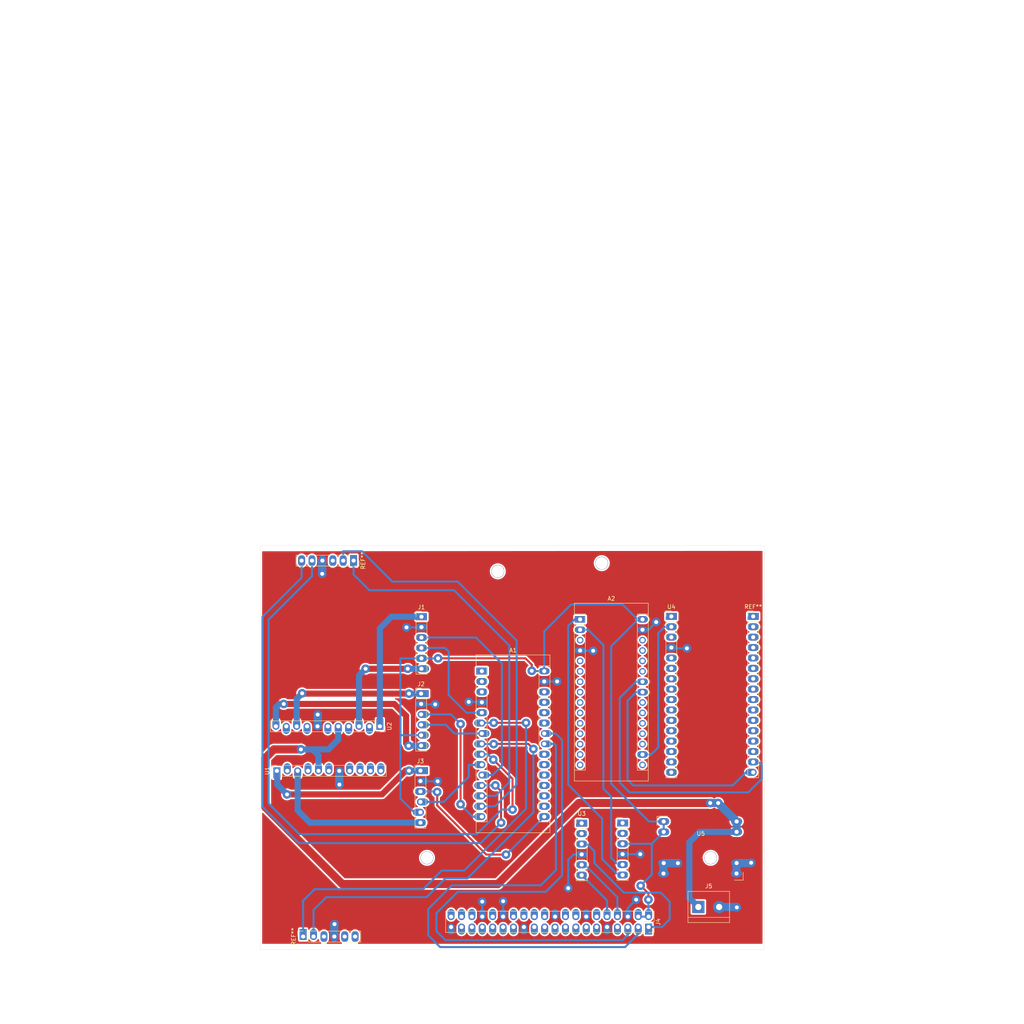
<source format=kicad_pcb>
(kicad_pcb (version 20171130) (host pcbnew "(5.1.10)-1")
  (layers (0 F.Cu signal) (31 B.Cu signal) (34 B.Paste user hide) (35 F.Paste user hide) (36 B.SilkS user hide) (37 F.SilkS user hide) (38 B.Mask user hide) (39 F.Mask user hide) (44 Edge.Cuts user hide))
  (net 0 "")
  (net 1 Motor3_B)
  (net 2 Motor2_B)
  (net 3 +5V)
  (net 4 Motor1_PWM2)
  (net 5 GND)
  (net 6 Motor1_PWM1)
  (net 7 "Net-(A1-Pad28)")
  (net 8 Motor2_PWM2)
  (net 9 "Net-(A1-Pad27)")
  (net 10 Motor1_B)
  (net 11 "Net-(A1-Pad26)")
  (net 12 Motor3_A)
  (net 13 "Net-(A1-Pad25)")
  (net 14 Motor2_PWM1)
  (net 15 SCL)
  (net 16 Motor3_PWM2)
  (net 17 SDA)
  (net 18 Motor2_A)
  (net 19 "Net-(A1-Pad22)")
  (net 20 Motor3_PWM1)
  (net 21 "Net-(A1-Pad21)")
  (net 22 Motor1_A)
  (net 23 "Net-(A1-Pad20)")
  (net 24 "Net-(A1-Pad19)")
  (net 25 "Net-(A1-Pad3)")
  (net 26 "Net-(A1-Pad18)")
  (net 27 "Net-(A1-Pad2)")
  (net 28 "Net-(A1-Pad17)")
  (net 29 "Net-(A1-Pad1)")
  (net 30 "Net-(A2-Pad16)")
  (net 31 "Net-(A2-Pad15)")
  (net 32 "Net-(A2-Pad14)")
  (net 33 "Net-(A2-Pad13)")
  (net 34 "Net-(A2-Pad28)")
  (net 35 "Net-(A2-Pad12)")
  (net 36 "Net-(A2-Pad27)")
  (net 37 "Net-(A2-Pad11)")
  (net 38 "Net-(A2-Pad26)")
  (net 39 "Net-(A2-Pad10)")
  (net 40 "Net-(A2-Pad25)")
  (net 41 "Net-(A2-Pad9)")
  (net 42 SCL_IMU)
  (net 43 "Net-(A2-Pad8)")
  (net 44 SDA_IMU)
  (net 45 "Net-(A2-Pad7)")
  (net 46 "Net-(A2-Pad22)")
  (net 47 "Net-(A2-Pad6)")
  (net 48 "Net-(A2-Pad21)")
  (net 49 "Net-(A2-Pad5)")
  (net 50 "Net-(A2-Pad20)")
  (net 51 "Net-(A2-Pad19)")
  (net 52 "Net-(A2-Pad3)")
  (net 53 "Net-(A2-Pad18)")
  (net 54 RXA)
  (net 55 +3.3VA)
  (net 56 TXA)
  (net 57 Motor1_M2)
  (net 58 Motor1_M1)
  (net 59 Motor2_M2)
  (net 60 Motor2_M1)
  (net 61 Motor3_M2)
  (net 62 Motor3_M1)
  (net 63 "Net-(J4-Pad40)")
  (net 64 "Net-(J4-Pad38)")
  (net 65 "Net-(J4-Pad37)")
  (net 66 "Net-(J4-Pad36)")
  (net 67 "Net-(J4-Pad35)")
  (net 68 "Net-(J4-Pad33)")
  (net 69 "Net-(J4-Pad32)")
  (net 70 "Net-(J4-Pad31)")
  (net 71 "Net-(J4-Pad29)")
  (net 72 "Net-(J4-Pad28)")
  (net 73 "Net-(J4-Pad27)")
  (net 74 "Net-(J4-Pad26)")
  (net 75 "Net-(J4-Pad24)")
  (net 76 "Net-(J4-Pad23)")
  (net 77 "Net-(J4-Pad22)")
  (net 78 "Net-(J4-Pad21)")
  (net 79 "Net-(J4-Pad19)")
  (net 80 "Net-(J4-Pad18)")
  (net 81 +3V3)
  (net 82 "Net-(J4-Pad16)")
  (net 83 "Net-(J4-Pad15)")
  (net 84 "Net-(J4-Pad13)")
  (net 85 "Net-(J4-Pad12)")
  (net 86 "Net-(J4-Pad11)")
  (net 87 RXD)
  (net 88 TXD)
  (net 89 "Net-(J4-Pad7)")
  (net 90 "Net-(U1-Pad15)")
  (net 91 "Net-(U1-Pad13)")
  (net 92 "Net-(U1-Pad12)")
  (net 93 "Net-(U1-Pad11)")
  (net 94 "Net-(U1-Pad10)")
  (net 95 "Net-(U1-Pad9)")
  (net 96 "Net-(U1-Pad8)")
  (net 97 "Net-(U1-Pad6)")
  (net 98 VCC)
  (net 99 "Net-(U1-Pad4)")
  (net 100 "Net-(U1-Pad2)")
  (net 101 "Net-(U2-Pad15)")
  (net 102 "Net-(U2-Pad10)")
  (net 103 "Net-(U2-Pad8)")
  (net 104 "Net-(U2-Pad6)")
  (net 105 "Net-(U2-Pad4)")
  (net 106 "Net-(U2-Pad2)")
  (net 107 "Net-(U3-Pad11)")
  (net 108 "Net-(U3-Pad12)")
  (net 109 "Net-(U3-Pad2)")
  (net 110 "Net-(U3-Pad1)")
  (net 111 "Net-(U4-Pad21)")
  (net 112 "Net-(U4-Pad22)")
  (net 113 "Net-(U4-Pad29)")
  (net 114 "Net-(U4-Pad28)")
  (net 115 "Net-(U4-Pad31)")
  (net 116 "Net-(U4-Pad23)")
  (net 117 "Net-(U4-Pad30)")
  (net 118 "Net-(U4-Pad24)")
  (net 119 "Net-(U4-Pad19)")
  (net 120 "Net-(U4-Pad32)")
  (net 121 "Net-(U4-Pad20)")
  (net 122 "Net-(U4-Pad26)")
  (net 123 "Net-(U4-Pad25)")
  (net 124 "Net-(U4-Pad27)")
  (net 125 "Net-(U4-Pad16)")
  (net 126 "Net-(U4-Pad15)")
  (net 127 "Net-(U4-Pad14)")
  (net 128 "Net-(U4-Pad13)")
  (net 129 "Net-(U4-Pad12)")
  (net 130 "Net-(U4-Pad11)")
  (net 131 "Net-(U4-Pad10)")
  (net 132 "Net-(U4-Pad9)")
  (net 133 "Net-(U4-Pad8)")
  (net 134 "Net-(U4-Pad7)")
  (net 135 "Net-(U4-Pad6)")
  (net 136 "Net-(U4-Pad5)")
  (net 137 "Net-(U4-Pad3)")
  (net 138 "Net-(U4-Pad1)")
  (module TerminalBlock:TerminalBlock_bornier-2_P5.08mm (layer F.Cu) (at 4.8 102.2)
    (fp_text reference J5 (at 2.54 -5.08) (layer F.SilkS))
    (fp_text value Screw_Terminal_01x02)
    (pad 2 thru_hole circle (at 5.08 0) (size 3 3) (drill 1.52) (layers *.Cu *.Mask) (net 5 GND))
    (pad 1 thru_hole rect (at 0 0) (size 3 3) (drill 1.52) (layers *.Cu *.Mask) (net 98 VCC))
  )
  (module LMR:RasPi0,2,3-Header-upside_down (layer F.Cu) (at -21.8 107.1 90)
    (fp_text reference J4 (at 1.27 16.78 270) (layer F.SilkS))
    (fp_text value Raspberry_Pi_2_3)
    (pad 40 thru_hole oval (at 2.54 -33.81 270) (size 2.7 1.7) (drill 1 (offset -0.5 0)) (layers *.Cu *.Mask) (net 63 "Net-(J4-Pad40)"))
    (pad 39 thru_hole oval (at 0 -33.81 270) (size 2.7 1.7) (drill 1 (offset 0.5 0)) (layers *.Cu *.Mask) (net 5 GND))
    (pad 38 thru_hole oval (at 2.54 -31.27 270) (size 2.7 1.7) (drill 1 (offset -0.5 0)) (layers *.Cu *.Mask) (net 64 "Net-(J4-Pad38)"))
    (pad 37 thru_hole oval (at 0 -31.27 270) (size 2.7 1.7) (drill 1 (offset 0.5 0)) (layers *.Cu *.Mask) (net 65 "Net-(J4-Pad37)"))
    (pad 36 thru_hole oval (at 2.54 -28.73 270) (size 2.7 1.7) (drill 1 (offset -0.5 0)) (layers *.Cu *.Mask) (net 66 "Net-(J4-Pad36)"))
    (pad 35 thru_hole oval (at 0 -28.73 270) (size 2.7 1.7) (drill 1 (offset 0.5 0)) (layers *.Cu *.Mask) (net 67 "Net-(J4-Pad35)"))
    (pad 34 thru_hole oval (at 2.54 -26.19 270) (size 2.7 1.7) (drill 1 (offset -0.5 0)) (layers *.Cu *.Mask) (net 5 GND))
    (pad 33 thru_hole oval (at 0 -26.19 270) (size 2.7 1.7) (drill 1 (offset 0.5 0)) (layers *.Cu *.Mask) (net 68 "Net-(J4-Pad33)"))
    (pad 32 thru_hole oval (at 2.54 -23.65 270) (size 2.7 1.7) (drill 1 (offset -0.5 0)) (layers *.Cu *.Mask) (net 69 "Net-(J4-Pad32)"))
    (pad 31 thru_hole oval (at 0 -23.65 270) (size 2.7 1.7) (drill 1 (offset 0.5 0)) (layers *.Cu *.Mask) (net 70 "Net-(J4-Pad31)"))
    (pad 30 thru_hole oval (at 2.54 -21.11 270) (size 2.7 1.7) (drill 1 (offset -0.5 0)) (layers *.Cu *.Mask) (net 5 GND))
    (pad 29 thru_hole oval (at 0 -21.11 270) (size 2.7 1.7) (drill 1 (offset 0.5 0)) (layers *.Cu *.Mask) (net 71 "Net-(J4-Pad29)"))
    (pad 28 thru_hole oval (at 2.54 -18.57 270) (size 2.7 1.7) (drill 1 (offset -0.5 0)) (layers *.Cu *.Mask) (net 72 "Net-(J4-Pad28)"))
    (pad 27 thru_hole oval (at 0 -18.57 270) (size 2.7 1.7) (drill 1 (offset 0.5 0)) (layers *.Cu *.Mask) (net 73 "Net-(J4-Pad27)"))
    (pad 26 thru_hole oval (at 2.54 -16.03 270) (size 2.7 1.7) (drill 1 (offset -0.5 0)) (layers *.Cu *.Mask) (net 74 "Net-(J4-Pad26)"))
    (pad 25 thru_hole oval (at 0 -16.03 270) (size 2.7 1.7) (drill 1 (offset 0.5 0)) (layers *.Cu *.Mask) (net 5 GND))
    (pad 24 thru_hole oval (at 2.54 -13.49 270) (size 2.7 1.7) (drill 1 (offset -0.5 0)) (layers *.Cu *.Mask) (net 75 "Net-(J4-Pad24)"))
    (pad 23 thru_hole oval (at 0 -13.49 270) (size 2.7 1.7) (drill 1 (offset 0.5 0)) (layers *.Cu *.Mask) (net 76 "Net-(J4-Pad23)"))
    (pad 22 thru_hole oval (at 2.54 -10.95 270) (size 2.7 1.7) (drill 1 (offset -0.5 0)) (layers *.Cu *.Mask) (net 77 "Net-(J4-Pad22)"))
    (pad 21 thru_hole oval (at 0 -10.95 270) (size 2.7 1.7) (drill 1 (offset 0.5 0)) (layers *.Cu *.Mask) (net 78 "Net-(J4-Pad21)"))
    (pad 20 thru_hole oval (at 2.54 -8.41 270) (size 2.7 1.7) (drill 1 (offset -0.5 0)) (layers *.Cu *.Mask) (net 5 GND))
    (pad 19 thru_hole oval (at 0 -8.41 270) (size 2.7 1.7) (drill 1 (offset 0.5 0)) (layers *.Cu *.Mask) (net 79 "Net-(J4-Pad19)"))
    (pad 18 thru_hole oval (at 2.54 -5.87 270) (size 2.7 1.7) (drill 1 (offset -0.5 0)) (layers *.Cu *.Mask) (net 80 "Net-(J4-Pad18)"))
    (pad 17 thru_hole oval (at 0 -5.87 270) (size 2.7 1.7) (drill 1 (offset 0.5 0)) (layers *.Cu *.Mask) (net 81 +3V3))
    (pad 16 thru_hole oval (at 2.54 -3.33 270) (size 2.7 1.7) (drill 1 (offset -0.5 0)) (layers *.Cu *.Mask) (net 82 "Net-(J4-Pad16)"))
    (pad 15 thru_hole oval (at 0 -3.33 270) (size 2.7 1.7) (drill 1 (offset 0.5 0)) (layers *.Cu *.Mask) (net 83 "Net-(J4-Pad15)"))
    (pad 14 thru_hole oval (at 2.54 -0.79 270) (size 2.7 1.7) (drill 1 (offset -0.5 0)) (layers *.Cu *.Mask) (net 5 GND))
    (pad 13 thru_hole oval (at 0 -0.79 270) (size 2.7 1.7) (drill 1 (offset 0.5 0)) (layers *.Cu *.Mask) (net 84 "Net-(J4-Pad13)"))
    (pad 12 thru_hole oval (at 2.54 1.75 270) (size 2.7 1.7) (drill 1 (offset -0.5 0)) (layers *.Cu *.Mask) (net 85 "Net-(J4-Pad12)"))
    (pad 11 thru_hole oval (at 0 1.75 270) (size 2.7 1.7) (drill 1 (offset 0.5 0)) (layers *.Cu *.Mask) (net 86 "Net-(J4-Pad11)"))
    (pad 10 thru_hole oval (at 2.54 4.29 270) (size 2.7 1.7) (drill 1 (offset -0.5 0)) (layers *.Cu *.Mask) (net 87 RXD))
    (pad 9 thru_hole oval (at 0 4.29 270) (size 2.7 1.7) (drill 1 (offset 0.5 0)) (layers *.Cu *.Mask) (net 5 GND))
    (pad 8 thru_hole oval (at 2.54 6.83 270) (size 2.7 1.7) (drill 1 (offset -0.5 0)) (layers *.Cu *.Mask) (net 88 TXD))
    (pad 7 thru_hole oval (at 0 6.83 270) (size 2.7 1.7) (drill 1 (offset 0.5 0)) (layers *.Cu *.Mask) (net 89 "Net-(J4-Pad7)"))
    (pad 6 thru_hole oval (at 2.54 9.37 270) (size 2.7 1.7) (drill 1 (offset -0.5 0)) (layers *.Cu *.Mask) (net 5 GND))
    (pad 5 thru_hole oval (at 0 9.37 270) (size 2.7 1.7) (drill 1 (offset 0.5 0)) (layers *.Cu *.Mask) (net 15 SCL))
    (pad 4 thru_hole oval (at 2.54 11.91 270) (size 2.7 1.7) (drill 1 (offset -0.5 0)) (layers *.Cu *.Mask) (net 3 +5V))
    (pad 3 thru_hole oval (at 0 11.91 270) (size 2.7 1.7) (drill 1 (offset 0.5 0)) (layers *.Cu *.Mask) (net 17 SDA))
    (pad 2 thru_hole oval (at 2.54 14.45 270) (size 2.7 1.7) (drill 1 (offset -0.5 0)) (layers *.Cu *.Mask) (net 3 +5V))
    (pad 1 thru_hole rect (at 0 14.45 270) (size 2.7 1.7) (drill 1 (offset 0.5 0)) (layers *.Cu *.Mask) (net 81 +3V3))
  )
  (module LMR:DF_buck-converter_8-28to5 (layer F.Cu) (at 5.55168 87.4014)
    (fp_text reference U5 (at -0.16 -3.13) (layer F.SilkS))
    (fp_text value DF_buck-converter_8-28to5V)
    (pad 4 thru_hole oval (at -9.27 6.63 180) (size 2.7 1.7) (drill 1) (layers *.Cu *.Mask) (net 5 GND))
    (pad 8 thru_hole oval (at 8.6 -6.09 180) (size 2.7 1.7) (drill 1) (layers *.Cu *.Mask) (net 98 VCC))
    (pad 6 thru_hole oval (at 8.6 4.07 180) (size 2.7 1.7) (drill 1) (layers *.Cu *.Mask) (net 5 GND))
    (pad 7 thru_hole oval (at 8.6 -3.55 180) (size 2.7 1.7) (drill 1) (layers *.Cu *.Mask) (net 98 VCC))
    (pad 2 thru_hole oval (at -9.22 -3.54 180) (size 2.7 1.7) (drill 1) (layers *.Cu *.Mask) (net 3 +5V))
    (pad 1 thru_hole oval (at -9.22 -6.08 180) (size 2.7 1.7) (drill 1) (layers *.Cu *.Mask) (net 3 +5V))
    (pad 3 thru_hole oval (at -9.22 4.08 180) (size 2.7 1.7) (drill 1) (layers *.Cu *.Mask) (net 5 GND))
    (pad 5 thru_hole oval (at 8.56 6.62 180) (size 2.7 1.7) (drill 1) (layers *.Cu *.Mask) (net 5 GND))
  )
  (module LMR:Adafruit_Feather_Pinout (layer F.Cu) (at -1.8 31.2)
    (fp_text reference U4 (at 0 -2.33) (layer F.SilkS))
    (fp_text value Adafruit_Feather_Pinout)
    (fp_text user REF** (at 20 -2.33) (layer F.SilkS))
    (pad 21 thru_hole oval (at 20 27.94) (size 2.7 1.7) (drill 1) (layers *.Cu *.Mask) (net 111 "Net-(U4-Pad21)"))
    (pad 22 thru_hole oval (at 20 25.4) (size 2.7 1.7) (drill 1) (layers *.Cu *.Mask) (net 112 "Net-(U4-Pad22)"))
    (pad 29 thru_hole oval (at 20 7.62) (size 2.7 1.7) (drill 1) (layers *.Cu *.Mask) (net 113 "Net-(U4-Pad29)"))
    (pad 28 thru_hole oval (at 20 10.16) (size 2.7 1.7) (drill 1) (layers *.Cu *.Mask) (net 114 "Net-(U4-Pad28)"))
    (pad 31 thru_hole oval (at 20 2.54) (size 2.7 1.7) (drill 1) (layers *.Cu *.Mask) (net 115 "Net-(U4-Pad31)"))
    (pad 23 thru_hole oval (at 20 22.86) (size 2.7 1.7) (drill 1) (layers *.Cu *.Mask) (net 116 "Net-(U4-Pad23)"))
    (pad 30 thru_hole oval (at 20 5.08) (size 2.7 1.7) (drill 1) (layers *.Cu *.Mask) (net 117 "Net-(U4-Pad30)"))
    (pad 24 thru_hole oval (at 20 20.32) (size 2.7 1.7) (drill 1) (layers *.Cu *.Mask) (net 118 "Net-(U4-Pad24)"))
    (pad 19 thru_hole oval (at 20 33.02) (size 2.7 1.7) (drill 1) (layers *.Cu *.Mask) (net 119 "Net-(U4-Pad19)"))
    (pad 32 thru_hole rect (at 20 0) (size 2.7 1.7) (drill 1) (layers *.Cu *.Mask) (net 120 "Net-(U4-Pad32)"))
    (pad 20 thru_hole oval (at 20 30.48) (size 2.7 1.7) (drill 1) (layers *.Cu *.Mask) (net 121 "Net-(U4-Pad20)"))
    (pad 26 thru_hole oval (at 20 15.24) (size 2.7 1.7) (drill 1) (layers *.Cu *.Mask) (net 122 "Net-(U4-Pad26)"))
    (pad 17 thru_hole oval (at 20 38.1) (size 2.7 1.7) (drill 1 (offset -0.5 0)) (layers *.Cu *.Mask) (net 44 SDA_IMU))
    (pad 25 thru_hole oval (at 20 17.78) (size 2.7 1.7) (drill 1) (layers *.Cu *.Mask) (net 123 "Net-(U4-Pad25)"))
    (pad 27 thru_hole oval (at 20 12.7) (size 2.7 1.7) (drill 1) (layers *.Cu *.Mask) (net 124 "Net-(U4-Pad27)"))
    (pad 18 thru_hole oval (at 20 35.56) (size 2.7 1.7) (drill 1) (layers *.Cu *.Mask) (net 42 SCL_IMU))
    (pad 16 thru_hole oval (at 0 38.1) (size 2.7 1.7) (drill 1) (layers *.Cu *.Mask) (net 125 "Net-(U4-Pad16)"))
    (pad 15 thru_hole oval (at 0 35.56) (size 2.7 1.7) (drill 1) (layers *.Cu *.Mask) (net 126 "Net-(U4-Pad15)"))
    (pad 14 thru_hole oval (at 0 33.02) (size 2.7 1.7) (drill 1) (layers *.Cu *.Mask) (net 127 "Net-(U4-Pad14)"))
    (pad 13 thru_hole oval (at 0 30.48) (size 2.7 1.7) (drill 1) (layers *.Cu *.Mask) (net 128 "Net-(U4-Pad13)"))
    (pad 12 thru_hole oval (at 0 27.94) (size 2.7 1.7) (drill 1) (layers *.Cu *.Mask) (net 129 "Net-(U4-Pad12)"))
    (pad 11 thru_hole oval (at 0 25.4) (size 2.7 1.7) (drill 1) (layers *.Cu *.Mask) (net 130 "Net-(U4-Pad11)"))
    (pad 10 thru_hole oval (at 0 22.86) (size 2.7 1.7) (drill 1) (layers *.Cu *.Mask) (net 131 "Net-(U4-Pad10)"))
    (pad 9 thru_hole oval (at 0 20.32) (size 2.7 1.7) (drill 1) (layers *.Cu *.Mask) (net 132 "Net-(U4-Pad9)"))
    (pad 8 thru_hole oval (at 0 17.78) (size 2.7 1.7) (drill 1) (layers *.Cu *.Mask) (net 133 "Net-(U4-Pad8)"))
    (pad 7 thru_hole oval (at 0 15.24) (size 2.7 1.7) (drill 1) (layers *.Cu *.Mask) (net 134 "Net-(U4-Pad7)"))
    (pad 6 thru_hole oval (at 0 12.7) (size 2.7 1.7) (drill 1) (layers *.Cu *.Mask) (net 135 "Net-(U4-Pad6)"))
    (pad 5 thru_hole oval (at 0 10.16) (size 2.7 1.7) (drill 1) (layers *.Cu *.Mask) (net 136 "Net-(U4-Pad5)"))
    (pad 4 thru_hole oval (at 0 7.62) (size 2.7 1.7) (drill 1) (layers *.Cu *.Mask) (net 5 GND))
    (pad 3 thru_hole oval (at 0 5.08) (size 2.7 1.7) (drill 1) (layers *.Cu *.Mask) (net 137 "Net-(U4-Pad3)"))
    (pad 2 thru_hole oval (at 0 2.54) (size 2.7 1.7) (drill 1) (layers *.Cu *.Mask) (net 55 +3.3VA))
    (pad 1 thru_hole rect (at 0 0) (size 2.7 1.7) (drill 1) (layers *.Cu *.Mask) (net 138 "Net-(U4-Pad1)"))
  )
  (module LMR:LLC-4channel (layer F.Cu) (at -23.70912 81.73212)
    (fp_text reference U3 (at 0 -2.33) (layer F.SilkS))
    (fp_text value LLC-4channel)
    (pad 8 thru_hole oval (at 10 10.11) (size 2.7 1.7) (drill 1) (layers *.Cu *.Mask) (net 54 RXA))
    (pad 7 thru_hole oval (at 10 12.65) (size 2.7 1.7) (drill 1) (layers *.Cu *.Mask) (net 56 TXA))
    (pad 10 thru_hole oval (at 10 5.03) (size 2.7 1.7) (drill 1) (layers *.Cu *.Mask) (net 3 +5V))
    (pad 11 thru_hole oval (at 10 2.49) (size 2.7 1.7) (drill 1) (layers *.Cu *.Mask) (net 107 "Net-(U3-Pad11)"))
    (pad 9 thru_hole oval (at 10 7.57) (size 2.7 1.7) (drill 1) (layers *.Cu *.Mask) (net 5 GND))
    (pad 12 thru_hole rect (at 10 -0.05) (size 2.7 1.7) (drill 1) (layers *.Cu *.Mask) (net 108 "Net-(U3-Pad12)"))
    (pad 6 thru_hole oval (at 0 12.7) (size 2.7 1.7) (drill 1) (layers *.Cu *.Mask) (net 87 RXD))
    (pad 5 thru_hole oval (at 0 10.16) (size 2.7 1.7) (drill 1) (layers *.Cu *.Mask) (net 88 TXD))
    (pad 4 thru_hole oval (at 0 7.62) (size 2.7 1.7) (drill 1) (layers *.Cu *.Mask) (net 5 GND))
    (pad 3 thru_hole oval (at 0 5.08) (size 2.7 1.7) (drill 1) (layers *.Cu *.Mask) (net 81 +3V3))
    (pad 2 thru_hole oval (at 0 2.54) (size 2.7 1.7) (drill 1) (layers *.Cu *.Mask) (net 109 "Net-(U3-Pad2)"))
    (pad 1 thru_hole rect (at 0 0) (size 2.7 1.7) (drill 1) (layers *.Cu *.Mask) (net 110 "Net-(U3-Pad1)"))
  )
  (module LMR:mdd3a (layer F.Cu) (at -86.3 58.9 90)
    (fp_text reference U2 (at 0.84 15.61 270) (layer F.SilkS))
    (fp_text value MDD3A-3ADCMD)
    (fp_text user REF** (at 41.325 9.195 270) (layer F.SilkS))
    (pad 16 thru_hole oval (at 41.325 4.325 270) (size 2.7 1.7) (drill 1) (layers *.Cu *.Mask) (net 4 Motor1_PWM2))
    (pad 15 thru_hole oval (at 41.325 1.785 270) (size 2.7 1.7) (drill 1) (layers *.Cu *.Mask) (net 101 "Net-(U2-Pad15)"))
    (pad 14 thru_hole oval (at 41.325 -0.755 270) (size 2.7 1.7) (drill 1) (layers *.Cu *.Mask) (net 5 GND))
    (pad 13 thru_hole oval (at 41.325 -3.295 270) (size 2.7 1.7) (drill 1) (layers *.Cu *.Mask) (net 14 Motor2_PWM1))
    (pad 12 thru_hole oval (at 41.325 -5.835 270) (size 2.7 1.7) (drill 1) (layers *.Cu *.Mask) (net 8 Motor2_PWM2))
    (pad 17 thru_hole rect (at 41.325 6.865 270) (size 2.7 1.7) (drill 1) (layers *.Cu *.Mask) (net 6 Motor1_PWM1))
    (pad 11 thru_hole oval (at 0.84 -12.12 270) (size 2.7 1.7) (drill 1 (offset -0.5 0)) (layers *.Cu *.Mask) (net 59 Motor2_M2))
    (pad 10 thru_hole oval (at 0.84 -9.58 270) (size 2.7 1.7) (drill 1 (offset 0.5 0)) (layers *.Cu *.Mask) (net 102 "Net-(U2-Pad10)"))
    (pad 9 thru_hole oval (at 0.84 -7.04 270) (size 2.7 1.7) (drill 1 (offset -0.5 0)) (layers *.Cu *.Mask) (net 60 Motor2_M1))
    (pad 8 thru_hole oval (at 0.84 -4.5 270) (size 2.7 1.7) (drill 1 (offset 0.5 0)) (layers *.Cu *.Mask) (net 103 "Net-(U2-Pad8)"))
    (pad 7 thru_hole oval (at 0.84 -1.96 270) (size 2.7 1.7) (drill 1 (offset -0.5 0)) (layers *.Cu *.Mask) (net 5 GND))
    (pad 6 thru_hole oval (at 0.84 0.58 270) (size 2.7 1.7) (drill 1 (offset 0.5 0)) (layers *.Cu *.Mask) (net 104 "Net-(U2-Pad6)"))
    (pad 5 thru_hole oval (at 0.84 3.12 270) (size 2.7 1.7) (drill 1 (offset 0.5 0)) (layers *.Cu *.Mask) (net 98 VCC))
    (pad 4 thru_hole oval (at 0.84 5.66 270) (size 2.7 1.7) (drill 1 (offset 0.5 0)) (layers *.Cu *.Mask) (net 105 "Net-(U2-Pad4)"))
    (pad 3 thru_hole oval (at 0.84 8.2 270) (size 2.7 1.7) (drill 1 (offset -0.5 0)) (layers *.Cu *.Mask) (net 57 Motor1_M2))
    (pad 2 thru_hole oval (at 0.84 10.74 270) (size 2.7 1.7) (drill 1 (offset 0.5 0)) (layers *.Cu *.Mask) (net 106 "Net-(U2-Pad2)"))
    (pad 1 thru_hole rect (at 0.84 13.28 270) (size 2.7 1.7) (drill 1 (offset -0.5 0)) (layers *.Cu *.Mask) (net 58 Motor1_M1))
  )
  (module LMR:mdd3a (layer F.Cu) (at -84.9 68.1 270)
    (fp_text reference U1 (at 0.84 15.61 270) (layer F.SilkS))
    (fp_text value MDD3A-3ADCMD)
    (fp_text user REF** (at 41.325 9.195 270) (layer F.SilkS))
    (pad 16 thru_hole oval (at 41.325 4.325 90) (size 2.7 1.7) (drill 1 (offset 0.5 0)) (layers *.Cu *.Mask) (net 16 Motor3_PWM2))
    (pad 15 thru_hole oval (at 41.325 1.785 90) (size 2.7 1.7) (drill 1) (layers *.Cu *.Mask) (net 90 "Net-(U1-Pad15)"))
    (pad 14 thru_hole oval (at 41.325 -0.755 90) (size 2.7 1.7) (drill 1) (layers *.Cu *.Mask) (net 5 GND))
    (pad 13 thru_hole oval (at 41.325 -3.295 90) (size 2.7 1.7) (drill 1) (layers *.Cu *.Mask) (net 91 "Net-(U1-Pad13)"))
    (pad 12 thru_hole oval (at 41.325 -5.835 90) (size 2.7 1.7) (drill 1) (layers *.Cu *.Mask) (net 92 "Net-(U1-Pad12)"))
    (pad 17 thru_hole rect (at 41.325 6.865 90) (size 2.7 1.7) (drill 1 (offset 0.5 0)) (layers *.Cu *.Mask) (net 20 Motor3_PWM1))
    (pad 11 thru_hole oval (at 0.84 -12.12 90) (size 2.7 1.7) (drill 1 (offset 0.5 0)) (layers *.Cu *.Mask) (net 93 "Net-(U1-Pad11)"))
    (pad 10 thru_hole oval (at 0.84 -9.58 90) (size 2.7 1.7) (drill 1 (offset 0.5 0)) (layers *.Cu *.Mask) (net 94 "Net-(U1-Pad10)"))
    (pad 9 thru_hole oval (at 0.84 -7.04 90) (size 2.7 1.7) (drill 1 (offset 0.5 0)) (layers *.Cu *.Mask) (net 95 "Net-(U1-Pad9)"))
    (pad 8 thru_hole oval (at 0.84 -4.5 90) (size 2.7 1.7) (drill 1 (offset 0.5 0)) (layers *.Cu *.Mask) (net 96 "Net-(U1-Pad8)"))
    (pad 7 thru_hole oval (at 0.84 -1.96 90) (size 2.7 1.7) (drill 1 (offset -0.5 0)) (layers *.Cu *.Mask) (net 5 GND))
    (pad 6 thru_hole oval (at 0.84 0.58 90) (size 2.7 1.7) (drill 1 (offset 0.5 0)) (layers *.Cu *.Mask) (net 97 "Net-(U1-Pad6)"))
    (pad 5 thru_hole oval (at 0.84 3.12 90) (size 2.7 1.7) (drill 1 (offset 0.5 0)) (layers *.Cu *.Mask) (net 98 VCC))
    (pad 4 thru_hole oval (at 0.84 5.66 90) (size 2.7 1.7) (drill 1 (offset 0.5 0)) (layers *.Cu *.Mask) (net 99 "Net-(U1-Pad4)"))
    (pad 3 thru_hole oval (at 0.84 8.2 90) (size 2.7 1.7) (drill 1 (offset -0.5 0)) (layers *.Cu *.Mask) (net 61 Motor3_M2))
    (pad 2 thru_hole oval (at 0.84 10.74 90) (size 2.7 1.7) (drill 1 (offset 0.5 0)) (layers *.Cu *.Mask) (net 100 "Net-(U1-Pad2)"))
    (pad 1 thru_hole rect (at 0.84 13.28 90) (size 2.7 1.7) (drill 1 (offset -0.5 0)) (layers *.Cu *.Mask) (net 62 Motor3_M1))
  )
  (module Connector_PinHeader_2.54mm:PinHeader_1x06_P2.54mm_Vertical (layer F.Cu) (at -63.1016 68.9002)
    (fp_text reference J3 (at 0 -2.33) (layer F.SilkS))
    (fp_text value Motor3)
    (pad 6 thru_hole oval (at 0 12.7) (size 2.7 1.7) (drill 1) (layers *.Cu *.Mask) (net 61 Motor3_M2))
    (pad 5 thru_hole oval (at 0 10.16) (size 2.7 1.7) (drill 1 (offset -0.5 0)) (layers *.Cu *.Mask) (net 3 +5V))
    (pad 4 thru_hole oval (at 0 7.62) (size 2.7 1.7) (drill 1 (offset 0.5 0)) (layers *.Cu *.Mask) (net 12 Motor3_A))
    (pad 3 thru_hole oval (at 0 5.08) (size 2.7 1.7) (drill 1) (layers *.Cu *.Mask) (net 1 Motor3_B))
    (pad 2 thru_hole oval (at 0 2.54) (size 2.7 1.7) (drill 1 (offset 0.5 0)) (layers *.Cu *.Mask) (net 5 GND))
    (pad 1 thru_hole rect (at 0 0) (size 2.7 1.7) (drill 1 (offset 0.5 0)) (layers *.Cu *.Mask) (net 62 Motor3_M1))
  )
  (module Connector_PinHeader_2.54mm:PinHeader_1x06_P2.54mm_Vertical (layer F.Cu) (at -62.93904 50.06864)
    (fp_text reference J2 (at 0 -2.33) (layer F.SilkS))
    (fp_text value Motor2)
    (pad 6 thru_hole oval (at 0 12.7) (size 2.7 1.7) (drill 1 (offset 0.5 0)) (layers *.Cu *.Mask) (net 59 Motor2_M2))
    (pad 5 thru_hole oval (at 0 10.16) (size 2.7 1.7) (drill 1 (offset 0.5 0)) (layers *.Cu *.Mask) (net 3 +5V))
    (pad 4 thru_hole oval (at 0 7.62) (size 2.7 1.7) (drill 1 (offset 0.5 0)) (layers *.Cu *.Mask) (net 18 Motor2_A))
    (pad 3 thru_hole oval (at 0 5.08) (size 2.7 1.7) (drill 1 (offset 0.5 0)) (layers *.Cu *.Mask) (net 2 Motor2_B))
    (pad 2 thru_hole oval (at 0 2.54) (size 2.7 1.7) (drill 1) (layers *.Cu *.Mask) (net 5 GND))
    (pad 1 thru_hole rect (at 0 0) (size 2.7 1.7) (drill 1 (offset 0.5 0)) (layers *.Cu *.Mask) (net 60 Motor2_M1))
  )
  (module Connector_PinHeader_2.54mm:PinHeader_1x06_P2.54mm_Vertical (layer F.Cu) (at -62.85268 31.28788)
    (fp_text reference J1 (at 0 -2.33) (layer F.SilkS))
    (fp_text value Motor1)
    (pad 6 thru_hole oval (at 0 12.7) (size 2.7 1.7) (drill 1 (offset 0.5 0)) (layers *.Cu *.Mask) (net 57 Motor1_M2))
    (pad 5 thru_hole oval (at 0 10.16) (size 2.7 1.7) (drill 1) (layers *.Cu *.Mask) (net 3 +5V))
    (pad 4 thru_hole oval (at 0 7.62) (size 2.7 1.7) (drill 1) (layers *.Cu *.Mask) (net 22 Motor1_A))
    (pad 3 thru_hole oval (at 0 5.08) (size 2.7 1.7) (drill 1) (layers *.Cu *.Mask) (net 10 Motor1_B))
    (pad 2 thru_hole oval (at 0 2.54) (size 2.7 1.7) (drill 1) (layers *.Cu *.Mask) (net 5 GND))
    (pad 1 thru_hole rect (at 0 0) (size 2.7 1.7) (drill 1) (layers *.Cu *.Mask) (net 58 Motor1_M1))
  )
  (module Module:Arduino_Nano (layer F.Cu) (at -24.08504 31.9278)
    (fp_text reference A2 (at 7.62 -5.08) (layer F.SilkS))
    (fp_text value Arduino_Nano_v3.x)
    (pad 16 thru_hole oval (at 15.24 35.56) (size 1.6 1.6) (drill 1) (layers *.Cu *.Mask) (net 30 "Net-(A2-Pad16)"))
    (pad 15 thru_hole oval (at 0 35.56) (size 1.6 1.6) (drill 1) (layers *.Cu *.Mask) (net 31 "Net-(A2-Pad15)"))
    (pad 30 thru_hole oval (at 15.24 0) (size 2.6 1.6) (drill 1) (layers *.Cu *.Mask) (net 3 +5V))
    (pad 14 thru_hole oval (at 0 33.02) (size 1.6 1.6) (drill 1) (layers *.Cu *.Mask) (net 32 "Net-(A2-Pad14)"))
    (pad 29 thru_hole oval (at 15.24 2.54) (size 2.6 1.6) (drill 1) (layers *.Cu *.Mask) (net 5 GND))
    (pad 13 thru_hole oval (at 0 30.48) (size 1.6 1.6) (drill 1) (layers *.Cu *.Mask) (net 33 "Net-(A2-Pad13)"))
    (pad 28 thru_hole oval (at 15.24 5.08) (size 1.6 1.6) (drill 1) (layers *.Cu *.Mask) (net 34 "Net-(A2-Pad28)"))
    (pad 12 thru_hole oval (at 0 27.94) (size 1.6 1.6) (drill 1) (layers *.Cu *.Mask) (net 35 "Net-(A2-Pad12)"))
    (pad 27 thru_hole oval (at 15.24 7.62) (size 1.6 1.6) (drill 1) (layers *.Cu *.Mask) (net 36 "Net-(A2-Pad27)"))
    (pad 11 thru_hole oval (at 0 25.4) (size 1.6 1.6) (drill 1) (layers *.Cu *.Mask) (net 37 "Net-(A2-Pad11)"))
    (pad 26 thru_hole oval (at 15.24 10.16) (size 1.6 1.6) (drill 1) (layers *.Cu *.Mask) (net 38 "Net-(A2-Pad26)"))
    (pad 10 thru_hole oval (at 0 22.86) (size 1.6 1.6) (drill 1) (layers *.Cu *.Mask) (net 39 "Net-(A2-Pad10)"))
    (pad 25 thru_hole oval (at 15.24 12.7) (size 1.6 1.6) (drill 1) (layers *.Cu *.Mask) (net 40 "Net-(A2-Pad25)"))
    (pad 9 thru_hole oval (at 0 20.32) (size 1.6 1.6) (drill 1) (layers *.Cu *.Mask) (net 41 "Net-(A2-Pad9)"))
    (pad 24 thru_hole oval (at 15.24 15.24) (size 2.6 1.6) (drill 1) (layers *.Cu *.Mask) (net 42 SCL_IMU))
    (pad 8 thru_hole oval (at 0 17.78) (size 1.6 1.6) (drill 1) (layers *.Cu *.Mask) (net 43 "Net-(A2-Pad8)"))
    (pad 23 thru_hole oval (at 15.24 17.78) (size 2.6 1.6) (drill 1) (layers *.Cu *.Mask) (net 44 SDA_IMU))
    (pad 7 thru_hole oval (at 0 15.24) (size 1.6 1.6) (drill 1) (layers *.Cu *.Mask) (net 45 "Net-(A2-Pad7)"))
    (pad 22 thru_hole oval (at 15.24 20.32) (size 1.6 1.6) (drill 1) (layers *.Cu *.Mask) (net 46 "Net-(A2-Pad22)"))
    (pad 6 thru_hole oval (at 0 12.7) (size 1.6 1.6) (drill 1) (layers *.Cu *.Mask) (net 47 "Net-(A2-Pad6)"))
    (pad 21 thru_hole oval (at 15.24 22.86) (size 1.6 1.6) (drill 1) (layers *.Cu *.Mask) (net 48 "Net-(A2-Pad21)"))
    (pad 5 thru_hole oval (at 0 10.16) (size 1.6 1.6) (drill 1) (layers *.Cu *.Mask) (net 49 "Net-(A2-Pad5)"))
    (pad 20 thru_hole oval (at 15.24 25.4) (size 1.6 1.6) (drill 1) (layers *.Cu *.Mask) (net 50 "Net-(A2-Pad20)"))
    (pad 4 thru_hole oval (at 0 7.62) (size 2.6 1.6) (drill 1) (layers *.Cu *.Mask) (net 5 GND))
    (pad 19 thru_hole oval (at 15.24 27.94) (size 1.6 1.6) (drill 1) (layers *.Cu *.Mask) (net 51 "Net-(A2-Pad19)"))
    (pad 3 thru_hole oval (at 0 5.08) (size 1.6 1.6) (drill 1) (layers *.Cu *.Mask) (net 52 "Net-(A2-Pad3)"))
    (pad 18 thru_hole oval (at 15.24 30.48) (size 1.6 1.6) (drill 1) (layers *.Cu *.Mask) (net 53 "Net-(A2-Pad18)"))
    (pad 2 thru_hole oval (at 0 2.54) (size 2.6 1.6) (drill 1) (layers *.Cu *.Mask) (net 54 RXA))
    (pad 17 thru_hole oval (at 15.24 33.02) (size 2.6 1.6) (drill 1) (layers *.Cu *.Mask) (net 55 +3.3VA))
    (pad 1 thru_hole rect (at 0 0) (size 2.6 1.6) (drill 1) (layers *.Cu *.Mask) (net 56 TXA))
  )
  (module Module:Arduino_Nano (layer F.Cu) (at -48.0988 44.5696)
    (fp_text reference A1 (at 7.62 -5.08) (layer F.SilkS))
    (fp_text value Arduino_Nano_v3.x)
    (pad 16 thru_hole oval (at 15.24 35.56) (size 2.7 1.7) (drill 1) (layers *.Cu *.Mask) (net 1 Motor3_B))
    (pad 15 thru_hole oval (at 0 35.56) (size 2.7 1.7) (drill 1 (offset -0.5 0)) (layers *.Cu *.Mask) (net 2 Motor2_B))
    (pad 30 thru_hole oval (at 15.24 0) (size 2.6 1.6) (drill 1) (layers *.Cu *.Mask) (net 3 +5V))
    (pad 14 thru_hole oval (at 0 33.02) (size 2.7 1.7) (drill 1 (offset -0.5 0)) (layers *.Cu *.Mask) (net 4 Motor1_PWM2))
    (pad 29 thru_hole oval (at 15.24 2.54) (size 2.6 1.6) (drill 1) (layers *.Cu *.Mask) (net 5 GND))
    (pad 13 thru_hole oval (at 0 30.48) (size 2.7 1.7) (drill 1 (offset -0.5 0)) (layers *.Cu *.Mask) (net 6 Motor1_PWM1))
    (pad 28 thru_hole oval (at 15.24 5.08) (size 2.7 1.7) (drill 1) (layers *.Cu *.Mask) (net 7 "Net-(A1-Pad28)"))
    (pad 12 thru_hole oval (at 0 27.94) (size 2.7 1.7) (drill 1 (offset -0.5 0)) (layers *.Cu *.Mask) (net 8 Motor2_PWM2))
    (pad 27 thru_hole oval (at 15.24 7.62) (size 2.7 1.7) (drill 1) (layers *.Cu *.Mask) (net 9 "Net-(A1-Pad27)"))
    (pad 11 thru_hole oval (at 0 25.4) (size 2.7 1.7) (drill 1 (offset 0.5 0)) (layers *.Cu *.Mask) (net 10 Motor1_B))
    (pad 26 thru_hole oval (at 15.24 10.16) (size 2.7 1.7) (drill 1) (layers *.Cu *.Mask) (net 11 "Net-(A1-Pad26)"))
    (pad 10 thru_hole oval (at 0 22.86) (size 2.7 1.7) (drill 1 (offset -0.5 0)) (layers *.Cu *.Mask) (net 12 Motor3_A))
    (pad 25 thru_hole oval (at 15.24 12.7) (size 2.7 1.7) (drill 1) (layers *.Cu *.Mask) (net 13 "Net-(A1-Pad25)"))
    (pad 9 thru_hole oval (at 0 20.32) (size 2.7 1.7) (drill 1 (offset -0.5 0)) (layers *.Cu *.Mask) (net 14 Motor2_PWM1))
    (pad 24 thru_hole oval (at 15.24 15.24) (size 2.6 1.6) (drill 1 (offset 0.5 0)) (layers *.Cu *.Mask) (net 15 SCL))
    (pad 8 thru_hole oval (at 0 17.78) (size 2.7 1.7) (drill 1 (offset -0.5 0)) (layers *.Cu *.Mask) (net 16 Motor3_PWM2))
    (pad 23 thru_hole oval (at 15.24 17.78) (size 2.6 1.6) (drill 1 (offset 0.5 0)) (layers *.Cu *.Mask) (net 17 SDA))
    (pad 7 thru_hole oval (at 0 15.24) (size 2.7 1.7) (drill 1 (offset 0.5 0)) (layers *.Cu *.Mask) (net 18 Motor2_A))
    (pad 22 thru_hole oval (at 15.24 20.32) (size 2.7 1.7) (drill 1) (layers *.Cu *.Mask) (net 19 "Net-(A1-Pad22)"))
    (pad 6 thru_hole oval (at 0 12.7) (size 2.7 1.7) (drill 1 (offset -0.5 0)) (layers *.Cu *.Mask) (net 20 Motor3_PWM1))
    (pad 21 thru_hole oval (at 15.24 22.86) (size 2.7 1.7) (drill 1) (layers *.Cu *.Mask) (net 21 "Net-(A1-Pad21)"))
    (pad 5 thru_hole oval (at 0 10.16) (size 2.7 1.7) (drill 1) (layers *.Cu *.Mask) (net 22 Motor1_A))
    (pad 20 thru_hole oval (at 15.24 25.4) (size 2.7 1.7) (drill 1) (layers *.Cu *.Mask) (net 23 "Net-(A1-Pad20)"))
    (pad 4 thru_hole oval (at 0 7.62) (size 2.7 1.7) (drill 1) (layers *.Cu *.Mask) (net 5 GND))
    (pad 19 thru_hole oval (at 15.24 27.94) (size 2.7 1.7) (drill 1) (layers *.Cu *.Mask) (net 24 "Net-(A1-Pad19)"))
    (pad 3 thru_hole oval (at 0 5.08) (size 2.7 1.7) (drill 1) (layers *.Cu *.Mask) (net 25 "Net-(A1-Pad3)"))
    (pad 18 thru_hole oval (at 15.24 30.48) (size 2.7 1.7) (drill 1) (layers *.Cu *.Mask) (net 26 "Net-(A1-Pad18)"))
    (pad 2 thru_hole oval (at 0 2.54) (size 2.7 1.7) (drill 1) (layers *.Cu *.Mask) (net 27 "Net-(A1-Pad2)"))
    (pad 17 thru_hole oval (at 15.24 33.02) (size 2.7 1.7) (drill 1) (layers *.Cu *.Mask) (net 28 "Net-(A1-Pad17)"))
    (pad 1 thru_hole rect (at 0 0) (size 2.7 1.7) (drill 1) (layers *.Cu *.Mask) (net 29 "Net-(A1-Pad1)"))
  )
  (gr_line (start -102.2 13.9) (end -101.5 13.9) (layer Edge.Cuts) (width 0.05))
  (gr_line (start -102.2 112.6) (end -102.2 13.9) (layer Edge.Cuts) (width 0.05))
  (gr_line (start 20.9 112.6) (end -102.2 112.6) (layer Edge.Cuts) (width 0.05))
  (gr_line (start 20.9 13.9) (end 20.9 112.6) (layer Edge.Cuts) (width 0.05))
  (gr_line (start -101.5 13.9) (end 20.9 13.9) (layer Edge.Cuts) (width 0.05))
  (via (at -44.2 20.2) (size 3.1) (drill 3) (layers F.Cu B.Cu) (net 0))
  (via (at 7.8 90.2) (size 3.1) (drill 3) (layers F.Cu B.Cu) (net 0))
  (via (at -61.5 90.2) (size 3.1) (drill 3) (layers F.Cu B.Cu) (net 0))
  (via (at -18.8 18.2) (size 3.1) (drill 3) (layers F.Cu B.Cu) (net 0))
  (via (at -42.2 89.400002) (size 2.1) (drill 0.96) (layers F.Cu B.Cu) (net 1))
  (segment (start -32.8588 80.1296) (end -42.129202 89.400002) (width 0.5) (layer B.Cu) (net 1))
  (segment (start -42.129202 89.400002) (end -42.2 89.400002) (width 0.5) (layer B.Cu) (net 1))
  (via (at -59 74.100006) (size 2.1) (drill 0.96) (layers F.Cu B.Cu) (net 1))
  (segment (start -63.1016 73.9802) (end -59.119806 73.9802) (width 0.5) (layer B.Cu) (net 1))
  (segment (start -59.119806 73.9802) (end -59 74.100006) (width 0.5) (layer B.Cu) (net 1))
  (segment (start -59 77.4) (end -59 74.100006) (width 0.5) (layer F.Cu) (net 1))
  (segment (start -46.999998 89.400002) (end -59 77.4) (width 0.5) (layer F.Cu) (net 1))
  (segment (start -42.2 89.400002) (end -46.999998 89.400002) (width 0.5) (layer F.Cu) (net 1))
  (via (at -53.3 57.500006) (size 2.1) (drill 0.96) (layers F.Cu B.Cu) (net 2))
  (segment (start -62.93904 55.14864) (end -55.651366 55.14864) (width 0.5) (layer B.Cu) (net 2))
  (segment (start -55.651366 55.14864) (end -53.3 57.500006) (width 0.5) (layer B.Cu) (net 2))
  (via (at -53.300002 77.1) (size 2.1) (drill 0.96) (layers F.Cu B.Cu) (net 2))
  (segment (start -53.3 57.500006) (end -53.3 77.099998) (width 0.5) (layer F.Cu) (net 2))
  (segment (start -53.3 77.099998) (end -53.300002 77.1) (width 0.5) (layer F.Cu) (net 2))
  (segment (start -53.300002 77.199998) (end -53.300002 77.1) (width 0.5) (layer B.Cu) (net 2))
  (segment (start -50.3704 80.1296) (end -53.300002 77.199998) (width 0.5) (layer B.Cu) (net 2))
  (segment (start -48.0988 80.1296) (end -50.3704 80.1296) (width 0.5) (layer B.Cu) (net 2))
  (segment (start -6.56904 86.76212) (end -3.66832 83.8614) (width 0.5) (layer B.Cu) (net 3))
  (segment (start -3.66832 83.8614) (end -3.66832 81.3214) (width 0.5) (layer B.Cu) (net 3))
  (segment (start -13.70912 86.76212) (end -6.56904 86.76212) (width 0.5) (layer B.Cu) (net 3))
  (via (at -35.9 44.5) (size 2.1) (drill 0.96) (layers F.Cu B.Cu) (net 3))
  (segment (start -35.8304 44.5696) (end -35.9 44.5) (width 0.5) (layer B.Cu) (net 3))
  (segment (start -32.8588 44.5696) (end -35.8304 44.5696) (width 0.5) (layer B.Cu) (net 3))
  (segment (start -37.45212 41.44788) (end -58.8 41.44788) (width 0.5) (layer F.Cu) (net 3))
  (segment (start -35.9 43) (end -37.45212 41.44788) (width 0.5) (layer F.Cu) (net 3))
  (segment (start -35.9 44.5) (end -35.9 43) (width 0.5) (layer F.Cu) (net 3))
  (segment (start -58.8 41.44788) (end -58.8 41.44788) (width 0.5) (layer F.Cu) (net 3))
  (via (at -58.8 41.44788) (size 2.1) (drill 0.96) (layers F.Cu B.Cu) (net 3))
  (segment (start -58.8 41.44788) (end -62.85268 41.44788) (width 0.5) (layer B.Cu) (net 3))
  (segment (start -68 60.22864) (end -62.93904 60.22864) (width 0.5) (layer B.Cu) (net 3))
  (segment (start -68 41.44788) (end -68 60.22864) (width 0.5) (layer B.Cu) (net 3))
  (segment (start -62.85268 41.44788) (end -68 41.44788) (width 0.5) (layer B.Cu) (net 3))
  (segment (start -64.6398 79.0602) (end -63.1016 79.0602) (width 0.5) (layer B.Cu) (net 3))
  (segment (start -68 75.7) (end -64.6398 79.0602) (width 0.5) (layer B.Cu) (net 3))
  (segment (start -68 60.22864) (end -68 75.7) (width 0.5) (layer B.Cu) (net 3))
  (segment (start -7.2786 81.3214) (end -3.66832 81.3214) (width 0.5) (layer B.Cu) (net 3))
  (segment (start -16.5 72.1) (end -7.2786 81.3214) (width 0.5) (layer B.Cu) (net 3))
  (segment (start -16.5 38.5) (end -16.5 72.1) (width 0.5) (layer B.Cu) (net 3))
  (segment (start -9.9278 31.9278) (end -16.5 38.5) (width 0.5) (layer B.Cu) (net 3))
  (segment (start -8.84504 31.9278) (end -9.9278 31.9278) (width 0.5) (layer B.Cu) (net 3))
  (segment (start -32.8588 34.8588) (end -32.8588 44.5696) (width 0.5) (layer B.Cu) (net 3))
  (segment (start -26.3 28.3) (end -32.8588 34.8588) (width 0.5) (layer B.Cu) (net 3))
  (segment (start -13.7 28.3) (end -26.3 28.3) (width 0.5) (layer B.Cu) (net 3))
  (segment (start -10.0722 31.9278) (end -13.7 28.3) (width 0.5) (layer B.Cu) (net 3))
  (segment (start -8.84504 31.9278) (end -10.0722 31.9278) (width 0.5) (layer B.Cu) (net 3))
  (via (at -9.3 97) (size 2.1) (drill 0.96) (layers F.Cu B.Cu) (net 3))
  (via (at -7.4 100.4) (size 2.1) (drill 0.96) (layers F.Cu B.Cu) (net 3))
  (segment (start -7.4 104.51) (end -7.35 104.56) (width 0.5) (layer B.Cu) (net 3))
  (segment (start -7.4 100.4) (end -7.4 104.51) (width 0.5) (layer B.Cu) (net 3))
  (segment (start -7.35 104.56) (end -9.89 104.56) (width 0.5) (layer B.Cu) (net 3))
  (segment (start -6.56904 94.26904) (end -9.3 97) (width 0.5) (layer B.Cu) (net 3))
  (segment (start -6.56904 86.76212) (end -6.56904 94.26904) (width 0.5) (layer B.Cu) (net 3))
  (segment (start -7.4 98.9) (end -9.3 97) (width 0.5) (layer F.Cu) (net 3))
  (segment (start -7.4 100.4) (end -7.4 98.9) (width 0.5) (layer F.Cu) (net 3))
  (segment (start -81.975 15.3) (end -81.975 17.575) (width 0.5) (layer B.Cu) (net 4))
  (segment (start -77.4 15.3) (end -81.975 15.3) (width 0.5) (layer B.Cu) (net 4))
  (segment (start -70 22.7) (end -77.4 15.3) (width 0.5) (layer B.Cu) (net 4))
  (segment (start -54 22.7) (end -70 22.7) (width 0.5) (layer B.Cu) (net 4))
  (segment (start -39.6 37.1) (end -54 22.7) (width 0.5) (layer B.Cu) (net 4))
  (segment (start -39.6 72.3) (end -39.6 37.1) (width 0.5) (layer B.Cu) (net 4))
  (segment (start -44.8896 77.5896) (end -39.6 72.3) (width 0.5) (layer B.Cu) (net 4))
  (segment (start -48.0988 77.5896) (end -44.8896 77.5896) (width 0.5) (layer B.Cu) (net 4))
  (via (at -87.1 20.8) (size 2.1) (drill 0.96) (layers F.Cu B.Cu) (net 5))
  (via (at -84.1 106.4) (size 2.1) (drill 0.96) (layers F.Cu B.Cu) (net 5))
  (segment (start -84.1 109.38) (end -84.145 109.425) (width 0.5) (layer B.Cu) (net 5))
  (via (at -48 100.9) (size 2.1) (drill 0.96) (layers F.Cu B.Cu) (net 5))
  (via (at -42.9 100.8) (size 2.1) (drill 0.96) (layers F.Cu B.Cu) (net 5))
  (via (at -10.4 100.4) (size 2.1) (drill 0.96) (layers F.Cu B.Cu) (net 5))
  (segment (start -12.43 102.43) (end -12.43 104.56) (width 0.5) (layer B.Cu) (net 5))
  (segment (start -10.4 100.4) (end -12.43 102.43) (width 0.5) (layer B.Cu) (net 5))
  (segment (start -48 104.55) (end -47.99 104.56) (width 0.5) (layer B.Cu) (net 5))
  (segment (start -48 100.9) (end -48 104.55) (width 0.5) (layer B.Cu) (net 5))
  (segment (start -42.9 104.55) (end -42.91 104.56) (width 0.5) (layer B.Cu) (net 5))
  (segment (start -42.9 100.8) (end -42.9 104.55) (width 0.5) (layer B.Cu) (net 5))
  (via (at -0.2 91.5) (size 2.1) (drill 0.96) (layers F.Cu B.Cu) (net 5))
  (segment (start -3.64972 91.5) (end -3.66832 91.4814) (width 0.5) (layer B.Cu) (net 5))
  (segment (start -3.66832 93.9814) (end -3.71832 94.0314) (width 0.5) (layer B.Cu) (net 5))
  (via (at 17.7 91.4) (size 2.1) (drill 0.96) (layers F.Cu B.Cu) (net 5))
  (segment (start 14.22308 91.4) (end 14.15168 91.4714) (width 0.5) (layer B.Cu) (net 5))
  (segment (start 14.15168 93.9814) (end 14.11168 94.0214) (width 0.5) (layer B.Cu) (net 5))
  (via (at 14.2 102.3) (size 2.1) (drill 0.96) (layers F.Cu B.Cu) (net 5))
  (segment (start 9.98 102.3) (end 9.88 102.2) (width 0.5) (layer B.Cu) (net 5))
  (via (at -82.9 72.3) (size 2.1) (drill 0.96) (layers F.Cu B.Cu) (net 5))
  (segment (start -82.9 68.98) (end -82.94 68.94) (width 0.5) (layer B.Cu) (net 5))
  (via (at -88.2 55.2) (size 2.1) (drill 0.96) (layers F.Cu B.Cu) (net 5))
  (via (at -66.5 33.9) (size 2.1) (drill 0.96) (layers F.Cu B.Cu) (net 5))
  (segment (start -62.9248 33.9) (end -62.85268 33.82788) (width 0.5) (layer B.Cu) (net 5))
  (segment (start -66.5 33.9) (end -62.9248 33.9) (width 0.5) (layer B.Cu) (net 5))
  (via (at -51.3 52.1) (size 2.1) (drill 0.96) (layers F.Cu B.Cu) (net 5))
  (via (at -59.5 52.7) (size 2.1) (drill 0.96) (layers F.Cu B.Cu) (net 5))
  (segment (start -62.84768 52.7) (end -62.93904 52.60864) (width 0.5) (layer B.Cu) (net 5))
  (segment (start -59.5 52.7) (end -62.84768 52.7) (width 0.5) (layer B.Cu) (net 5))
  (segment (start -48.1884 52.1) (end -48.0988 52.1896) (width 0.5) (layer B.Cu) (net 5))
  (segment (start -51.3 52.1) (end -48.1884 52.1) (width 0.5) (layer B.Cu) (net 5))
  (via (at -58.9 71.5) (size 2.1) (drill 0.96) (layers F.Cu B.Cu) (net 5))
  (segment (start -63.0418 71.5) (end -63.1016 71.4402) (width 0.5) (layer B.Cu) (net 5))
  (via (at -29.7 47.1) (size 2.1) (drill 0.96) (layers F.Cu B.Cu) (net 5))
  (segment (start -32.8492 47.1) (end -32.8588 47.1096) (width 0.5) (layer B.Cu) (net 5))
  (segment (start -29.7 47.1) (end -32.8492 47.1) (width 0.5) (layer B.Cu) (net 5))
  (via (at -20.9 39.6) (size 2.1) (drill 0.96) (layers F.Cu B.Cu) (net 5))
  (segment (start -24.03284 39.6) (end -24.08504 39.5478) (width 0.5) (layer B.Cu) (net 5))
  (segment (start -20.9 39.6) (end -24.03284 39.6) (width 0.5) (layer B.Cu) (net 5))
  (via (at -5.5 32.6) (size 2.1) (drill 0.96) (layers F.Cu B.Cu) (net 5))
  (segment (start -7.3678 34.4678) (end -5.5 32.6) (width 0.5) (layer B.Cu) (net 5))
  (segment (start -8.84504 34.4678) (end -7.3678 34.4678) (width 0.5) (layer B.Cu) (net 5))
  (via (at 2 39) (size 2.1) (drill 0.96) (layers F.Cu B.Cu) (net 5))
  (segment (start -1.62 39) (end -1.8 38.82) (width 0.5) (layer B.Cu) (net 5))
  (segment (start 2 39) (end -1.62 39) (width 0.5) (layer B.Cu) (net 5))
  (via (at -27 97.6) (size 2.1) (drill 0.96) (layers F.Cu B.Cu) (net 5))
  (segment (start -27 97.6) (end -27 90.7) (width 0.5) (layer B.Cu) (net 5))
  (segment (start -25.65212 89.35212) (end -23.70912 89.35212) (width 0.5) (layer B.Cu) (net 5))
  (segment (start -27 90.7) (end -25.65212 89.35212) (width 0.5) (layer B.Cu) (net 5))
  (segment (start -82.94 72.26) (end -82.9 72.3) (width 2) (layer B.Cu) (net 5))
  (segment (start -82.94 68.94) (end -82.94 72.26) (width 2) (layer B.Cu) (net 5))
  (segment (start -88.2 58) (end -88.26 58.06) (width 2) (layer B.Cu) (net 5))
  (segment (start -88.2 55.2) (end -88.2 58) (width 2) (layer B.Cu) (net 5))
  (segment (start -87.1 17.62) (end -87.055 17.575) (width 2) (layer B.Cu) (net 5))
  (segment (start -87.1 20.8) (end -87.1 17.62) (width 2) (layer B.Cu) (net 5))
  (segment (start -84.145 106.445) (end -84.1 106.4) (width 2) (layer B.Cu) (net 5))
  (segment (start -84.145 109.425) (end -84.145 106.445) (width 2) (layer B.Cu) (net 5))
  (segment (start 14.1 102.2) (end 14.2 102.3) (width 2) (layer B.Cu) (net 5))
  (segment (start 9.88 102.2) (end 14.1 102.2) (width 2) (layer B.Cu) (net 5))
  (segment (start 14.11168 91.5114) (end 14.15168 91.4714) (width 2) (layer B.Cu) (net 5))
  (segment (start 14.11168 94.0214) (end 14.11168 91.5114) (width 2) (layer B.Cu) (net 5))
  (segment (start 17.6286 91.4714) (end 17.7 91.4) (width 2) (layer B.Cu) (net 5))
  (segment (start 14.15168 91.4714) (end 17.6286 91.4714) (width 2) (layer B.Cu) (net 5))
  (segment (start -3.71832 91.5314) (end -3.66832 91.4814) (width 2) (layer B.Cu) (net 5))
  (segment (start -3.71832 94.0314) (end -3.71832 91.5314) (width 2) (layer B.Cu) (net 5))
  (segment (start -0.2186 91.4814) (end -0.2 91.5) (width 2) (layer B.Cu) (net 5))
  (segment (start -3.66832 91.4814) (end -0.2186 91.4814) (width 2) (layer B.Cu) (net 5))
  (segment (start -58.9 71.5) (end -63.0418 71.5) (width 0.5) (layer B.Cu) (net 5))
  (via (at -9.4 89.3) (size 2.1) (drill 0.96) (layers F.Cu B.Cu) (net 5))
  (segment (start -9.40212 89.30212) (end -9.4 89.3) (width 0.5) (layer B.Cu) (net 5))
  (segment (start -13.70912 89.30212) (end -9.40212 89.30212) (width 0.5) (layer B.Cu) (net 5))
  (segment (start -79.435 20.965) (end -75.6 24.8) (width 0.5) (layer B.Cu) (net 6))
  (segment (start -79.435 17.575) (end -79.435 20.965) (width 0.5) (layer B.Cu) (net 6))
  (segment (start -44.7496 75.0496) (end -48.0988 75.0496) (width 0.5) (layer B.Cu) (net 6))
  (segment (start -41.4 71.7) (end -44.7496 75.0496) (width 0.5) (layer B.Cu) (net 6))
  (segment (start -41.4 38.3) (end -41.4 71.7) (width 0.5) (layer B.Cu) (net 6))
  (segment (start -54.9 24.8) (end -41.4 38.3) (width 0.5) (layer B.Cu) (net 6))
  (segment (start -75.6 24.8) (end -54.9 24.8) (width 0.5) (layer B.Cu) (net 6))
  (segment (start -48.0892 72.5) (end -48.0988 72.5096) (width 0.25) (layer F.Cu) (net 8))
  (via (at -43.400001 81.599999) (size 2.1) (drill 0.96) (layers F.Cu B.Cu) (net 8))
  (segment (start -43.4 81.599998) (end -43.400001 81.599999) (width 0.5) (layer F.Cu) (net 8))
  (segment (start -43.4 73.9) (end -43.4 81.599998) (width 0.5) (layer F.Cu) (net 8))
  (segment (start -44.8 72.5) (end -44.8 72.5) (width 0.5) (layer F.Cu) (net 8))
  (segment (start -44.8 72.5) (end -43.4 73.9) (width 0.5) (layer F.Cu) (net 8))
  (via (at -44.8 72.5) (size 2.1) (drill 0.96) (layers F.Cu B.Cu) (net 8))
  (segment (start -48.0892 72.5) (end -48.0988 72.5096) (width 0.5) (layer B.Cu) (net 8))
  (segment (start -44.8 72.5) (end -48.0892 72.5) (width 0.5) (layer B.Cu) (net 8))
  (segment (start -101.7 77.7) (end -92.8 86.6) (width 0.5) (layer B.Cu) (net 8))
  (segment (start -101.7 31.3) (end -101.7 77.7) (width 0.5) (layer B.Cu) (net 8))
  (segment (start -48.400002 86.6) (end -43.400001 81.599999) (width 0.5) (layer B.Cu) (net 8))
  (segment (start -92.135 21.735) (end -101.7 31.3) (width 0.5) (layer B.Cu) (net 8))
  (segment (start -92.8 86.6) (end -48.400002 86.6) (width 0.5) (layer B.Cu) (net 8))
  (segment (start -92.135 17.575) (end -92.135 21.735) (width 0.5) (layer B.Cu) (net 8))
  (segment (start -49.53212 36.36788) (end -62.85268 36.36788) (width 0.5) (layer B.Cu) (net 10))
  (segment (start -43.2 42.7) (end -49.53212 36.36788) (width 0.5) (layer B.Cu) (net 10))
  (segment (start -43.2 67.7) (end -43.2 42.7) (width 0.5) (layer B.Cu) (net 10))
  (segment (start -45.4696 69.9696) (end -43.2 67.7) (width 0.5) (layer B.Cu) (net 10))
  (segment (start -48.0988 69.9696) (end -45.4696 69.9696) (width 0.5) (layer B.Cu) (net 10))
  (segment (start -51.3 70.4) (end -51.3 67.5) (width 0.5) (layer B.Cu) (net 12))
  (segment (start -57.4202 76.5202) (end -51.3 70.4) (width 0.5) (layer B.Cu) (net 12))
  (segment (start -63.1016 76.5202) (end -57.4202 76.5202) (width 0.5) (layer B.Cu) (net 12))
  (segment (start -48.1692 67.5) (end -48.0988 67.4296) (width 0.5) (layer B.Cu) (net 12))
  (segment (start -51.3 67.5) (end -48.1692 67.5) (width 0.5) (layer B.Cu) (net 12))
  (segment (start -48.0884 64.9) (end -48.0988 64.8896) (width 0.25) (layer F.Cu) (net 14))
  (via (at -45.3 66.2) (size 2.1) (drill 0.96) (layers F.Cu B.Cu) (net 14))
  (segment (start -46.6104 64.8896) (end -45.3 66.2) (width 0.5) (layer B.Cu) (net 14))
  (segment (start -48.0988 64.8896) (end -46.6104 64.8896) (width 0.5) (layer B.Cu) (net 14))
  (segment (start -40.6 70.9) (end -40.6 78.4) (width 0.5) (layer F.Cu) (net 14))
  (segment (start -45.3 66.2) (end -40.6 70.9) (width 0.5) (layer F.Cu) (net 14))
  (via (at -40.6 78.4) (size 2.1) (drill 0.96) (layers F.Cu B.Cu) (net 14))
  (segment (start -49.3 84.4) (end -43.3 78.4) (width 0.5) (layer B.Cu) (net 14))
  (segment (start -43.3 78.4) (end -40.6 78.4) (width 0.5) (layer B.Cu) (net 14))
  (segment (start -92.7 84.4) (end -49.3 84.4) (width 0.5) (layer B.Cu) (net 14))
  (segment (start -100.2 76.9) (end -92.7 84.4) (width 0.5) (layer B.Cu) (net 14))
  (segment (start -100.2 32) (end -100.2 76.9) (width 0.5) (layer B.Cu) (net 14))
  (segment (start -89.595 21.395) (end -100.2 32) (width 0.5) (layer B.Cu) (net 14))
  (segment (start -89.595 17.575) (end -89.595 21.395) (width 0.5) (layer B.Cu) (net 14))
  (segment (start -32.5 98.5) (end -28.5 94.5) (width 0.5) (layer B.Cu) (net 15))
  (segment (start -54 98.5) (end -32.5 98.5) (width 0.5) (layer B.Cu) (net 15))
  (segment (start -28.5 94.5) (end -28.5 61.4) (width 0.5) (layer B.Cu) (net 15))
  (segment (start -59.2 108.1) (end -59.2 103.7) (width 0.5) (layer B.Cu) (net 15))
  (segment (start -59.2 103.7) (end -54 98.5) (width 0.5) (layer B.Cu) (net 15))
  (segment (start -57 110.3) (end -59.2 108.1) (width 0.5) (layer B.Cu) (net 15))
  (segment (start -30.0904 59.8096) (end -32.8588 59.8096) (width 0.5) (layer B.Cu) (net 15))
  (segment (start -28.5 61.4) (end -30.0904 59.8096) (width 0.5) (layer B.Cu) (net 15))
  (segment (start -13.7 110.3) (end -57 110.3) (width 0.5) (layer B.Cu) (net 15))
  (segment (start -12.43 109.03) (end -13.7 110.3) (width 0.5) (layer B.Cu) (net 15))
  (segment (start -12.43 107.1) (end -12.43 109.03) (width 0.5) (layer B.Cu) (net 15))
  (via (at -35.499996 63.6) (size 2.1) (drill 0.96) (layers F.Cu B.Cu) (net 16))
  (segment (start -36.750396 62.3496) (end -35.499996 63.6) (width 0.5) (layer F.Cu) (net 16))
  (segment (start -45.1496 62.3496) (end -45.2 62.4) (width 0.5) (layer F.Cu) (net 16))
  (via (at -45.2 62.4) (size 2.1) (drill 0.96) (layers F.Cu B.Cu) (net 16))
  (segment (start -36.750396 62.3496) (end -45.1496 62.3496) (width 0.5) (layer F.Cu) (net 16))
  (segment (start -48.0484 62.4) (end -48.0988 62.3496) (width 0.5) (layer B.Cu) (net 16))
  (segment (start -45.2 62.4) (end -48.0484 62.4) (width 0.5) (layer B.Cu) (net 16))
  (segment (start -35.499996 79.099996) (end -35.499996 63.6) (width 0.5) (layer B.Cu) (net 16))
  (segment (start -51.6 95.2) (end -35.499996 79.099996) (width 0.5) (layer B.Cu) (net 16))
  (segment (start -89.225 109.425) (end -89.225 102.925) (width 0.5) (layer B.Cu) (net 16))
  (segment (start -51.6 95.2) (end -57 95.2) (width 0.5) (layer B.Cu) (net 16))
  (segment (start -61.6 99.8) (end -86.1 99.8) (width 0.5) (layer B.Cu) (net 16))
  (segment (start -57 95.2) (end -61.6 99.8) (width 0.5) (layer B.Cu) (net 16))
  (segment (start -89.225 102.925) (end -86.1 99.8) (width 0.5) (layer B.Cu) (net 16))
  (segment (start -30.3504 62.3496) (end -32.8588 62.3496) (width 0.5) (layer B.Cu) (net 17))
  (segment (start -30 93.2) (end -30 62.7) (width 0.5) (layer B.Cu) (net 17))
  (segment (start -33.7 96.9) (end -30 93.2) (width 0.5) (layer B.Cu) (net 17))
  (segment (start -55.4 96.9) (end -33.7 96.9) (width 0.5) (layer B.Cu) (net 17))
  (segment (start -61.2 109.1) (end -61.2 102.7) (width 0.5) (layer B.Cu) (net 17))
  (segment (start -61.2 102.7) (end -55.4 96.9) (width 0.5) (layer B.Cu) (net 17))
  (segment (start -58.3 112) (end -61.2 109.1) (width 0.5) (layer B.Cu) (net 17))
  (segment (start -13.1 112) (end -58.3 112) (width 0.5) (layer B.Cu) (net 17))
  (segment (start -30 62.7) (end -30.3504 62.3496) (width 0.5) (layer B.Cu) (net 17))
  (segment (start -9.89 108.79) (end -13.1 112) (width 0.5) (layer B.Cu) (net 17))
  (segment (start -9.89 107.1) (end -9.89 108.79) (width 0.5) (layer B.Cu) (net 17))
  (segment (start -54.7904 59.8096) (end -48.0988 59.8096) (width 0.5) (layer B.Cu) (net 18))
  (segment (start -56.91136 57.68864) (end -54.7904 59.8096) (width 0.5) (layer B.Cu) (net 18))
  (segment (start -62.93904 57.68864) (end -56.91136 57.68864) (width 0.5) (layer B.Cu) (net 18))
  (segment (start -37.3696 57.2696) (end -37.3 57.2) (width 0.25) (layer F.Cu) (net 20))
  (via (at -37.3 57.2) (size 2.1) (drill 0.96) (layers F.Cu B.Cu) (net 20))
  (via (at -45.2 57.2) (size 2.1) (drill 0.96) (layers F.Cu B.Cu) (net 20))
  (segment (start -37.3 57.2) (end -45.2 57.2) (width 0.5) (layer F.Cu) (net 20))
  (segment (start -48.0292 57.2) (end -48.0988 57.2696) (width 0.5) (layer B.Cu) (net 20))
  (segment (start -45.2 57.2) (end -48.0292 57.2) (width 0.5) (layer B.Cu) (net 20))
  (segment (start -91.765 109.425) (end -91.765 100.665) (width 0.5) (layer B.Cu) (net 20))
  (segment (start -37.3 78.2) (end -37.3 57.2) (width 0.5) (layer B.Cu) (net 20))
  (segment (start -52.4 93.3) (end -37.3 78.2) (width 0.5) (layer B.Cu) (net 20))
  (segment (start -52.4 93.3) (end -57.9 93.3) (width 0.5) (layer B.Cu) (net 20))
  (segment (start -57.9 93.3) (end -62.45 97.85) (width 0.5) (layer B.Cu) (net 20))
  (segment (start -62.45 97.85) (end -88.95 97.85) (width 0.5) (layer B.Cu) (net 20))
  (segment (start -91.8 100.7) (end -88.95 97.85) (width 0.5) (layer B.Cu) (net 20))
  (segment (start -51.8704 54.7296) (end -48.0988 54.7296) (width 0.5) (layer B.Cu) (net 22))
  (segment (start -56.2 39.8) (end -56.2 50.4) (width 0.5) (layer B.Cu) (net 22))
  (segment (start -57.09212 38.90788) (end -56.2 39.8) (width 0.5) (layer B.Cu) (net 22))
  (segment (start -56.2 50.4) (end -51.8704 54.7296) (width 0.5) (layer B.Cu) (net 22))
  (segment (start -62.85268 38.90788) (end -57.09212 38.90788) (width 0.5) (layer B.Cu) (net 22))
  (segment (start 19.46 66.76) (end 18.2 66.76) (width 0.5) (layer B.Cu) (net 42))
  (segment (start 20.3 67.6) (end 19.46 66.76) (width 0.5) (layer B.Cu) (net 42))
  (segment (start 20.3 70.9) (end 20.3 67.6) (width 0.5) (layer B.Cu) (net 42))
  (segment (start -14.4 71.8) (end -12 74.2) (width 0.5) (layer B.Cu) (net 42))
  (segment (start -14.4 51.1) (end -14.4 71.8) (width 0.5) (layer B.Cu) (net 42))
  (segment (start -12 74.2) (end 17 74.2) (width 0.5) (layer B.Cu) (net 42))
  (segment (start -10.4678 47.1678) (end -14.4 51.1) (width 0.5) (layer B.Cu) (net 42))
  (segment (start 17 74.2) (end 20.3 70.9) (width 0.5) (layer B.Cu) (net 42))
  (segment (start -8.84504 47.1678) (end -10.4678 47.1678) (width 0.5) (layer B.Cu) (net 42))
  (segment (start -10.4078 49.7078) (end -8.84504 49.7078) (width 0.5) (layer B.Cu) (net 44))
  (segment (start -12.5 51.8) (end -10.4078 49.7078) (width 0.5) (layer B.Cu) (net 44))
  (segment (start -12.5 71.1) (end -12.5 51.8) (width 0.5) (layer B.Cu) (net 44))
  (segment (start -11.1 72.5) (end -12.5 71.1) (width 0.5) (layer B.Cu) (net 44))
  (segment (start 13.2 72.5) (end -11.1 72.5) (width 0.5) (layer B.Cu) (net 44))
  (segment (start 16.4 69.3) (end 13.2 72.5) (width 0.5) (layer B.Cu) (net 44))
  (segment (start 18.2 69.3) (end 16.4 69.3) (width 0.5) (layer B.Cu) (net 44))
  (segment (start -14.85788 91.84212) (end -13.70912 91.84212) (width 0.5) (layer B.Cu) (net 54))
  (segment (start -16.5 90.2) (end -14.85788 91.84212) (width 0.5) (layer B.Cu) (net 54))
  (segment (start -16.5 75.2) (end -16.5 90.2) (width 0.5) (layer B.Cu) (net 54))
  (segment (start -18.4 73.3) (end -16.5 75.2) (width 0.5) (layer B.Cu) (net 54))
  (segment (start -18.4 38.2) (end -18.4 73.3) (width 0.5) (layer B.Cu) (net 54))
  (segment (start -22.1322 34.4678) (end -18.4 38.2) (width 0.5) (layer B.Cu) (net 54))
  (segment (start -24.08504 34.4678) (end -22.1322 34.4678) (width 0.5) (layer B.Cu) (net 54))
  (segment (start -3.44 33.74) (end -1.8 33.74) (width 0.5) (layer B.Cu) (net 55))
  (segment (start -5 35.3) (end -3.44 33.74) (width 0.5) (layer B.Cu) (net 55))
  (segment (start -5 63.2) (end -5 35.3) (width 0.5) (layer B.Cu) (net 55))
  (segment (start -6.7478 64.9478) (end -5 63.2) (width 0.5) (layer B.Cu) (net 55))
  (segment (start -8.84504 64.9478) (end -6.7478 64.9478) (width 0.5) (layer B.Cu) (net 55))
  (segment (start -13.70912 94.38212) (end -13.70912 94.40912) (width 0.5) (layer B.Cu) (net 56))
  (segment (start -14.81788 94.38212) (end -13.70912 94.38212) (width 0.5) (layer B.Cu) (net 56))
  (segment (start -18.7 90.5) (end -14.81788 94.38212) (width 0.5) (layer B.Cu) (net 56))
  (segment (start -18.7 80.6) (end -18.7 90.5) (width 0.5) (layer B.Cu) (net 56))
  (segment (start -27 72.3) (end -18.7 80.6) (width 0.5) (layer B.Cu) (net 56))
  (segment (start -27 33.5) (end -27 72.3) (width 0.5) (layer B.Cu) (net 56))
  (segment (start -25.4278 31.9278) (end -27 33.5) (width 0.5) (layer B.Cu) (net 56))
  (segment (start -24.08504 31.9278) (end -25.4278 31.9278) (width 0.5) (layer B.Cu) (net 56))
  (via (at -76.5 44) (size 2.1) (drill 0.96) (layers F.Cu B.Cu) (net 57))
  (segment (start -78.1 45.6) (end -76.5 44) (width 1.5) (layer B.Cu) (net 57))
  (segment (start -78.1 58.06) (end -78.1 45.6) (width 1.5) (layer B.Cu) (net 57))
  (segment (start -66.2 44) (end -66.2 44) (width 1.5) (layer F.Cu) (net 57))
  (via (at -66.2 44) (size 2.1) (drill 0.96) (layers F.Cu B.Cu) (net 57))
  (segment (start -62.8648 44) (end -62.85268 43.98788) (width 1.5) (layer B.Cu) (net 57))
  (segment (start -66.2 44) (end -62.8648 44) (width 1.5) (layer B.Cu) (net 57))
  (segment (start -76.5 44) (end -66.2 44) (width 1.5) (layer F.Cu) (net 57))
  (segment (start -70.18788 31.28788) (end -62.85268 31.28788) (width 1.5) (layer B.Cu) (net 58))
  (segment (start -73.02 34.12) (end -70.18788 31.28788) (width 1.5) (layer B.Cu) (net 58))
  (segment (start -73.02 58.06) (end -73.02 34.12) (width 1.5) (layer B.Cu) (net 58))
  (segment (start -62.94176 62.77136) (end -62.93904 62.76864) (width 1) (layer F.Cu) (net 59))
  (segment (start -66.6 62.2) (end -66 62.8) (width 1.5) (layer F.Cu) (net 59))
  (segment (start -66.6 55.5) (end -66.6 62.2) (width 1.5) (layer F.Cu) (net 59))
  (segment (start -69.5 52.6) (end -66.6 55.5) (width 1.5) (layer F.Cu) (net 59))
  (segment (start -96.5 52.6) (end -96.5 52.6) (width 1.5) (layer F.Cu) (net 59))
  (segment (start -66 62.8) (end -66 62.8) (width 1.5) (layer F.Cu) (net 59))
  (via (at -66 62.8) (size 2.1) (drill 0.96) (layers F.Cu B.Cu) (net 59))
  (segment (start -62.9704 62.8) (end -62.93904 62.76864) (width 1.5) (layer B.Cu) (net 59))
  (segment (start -66 62.8) (end -62.9704 62.8) (width 1.5) (layer B.Cu) (net 59))
  (via (at -96.5 52.6) (size 2.1) (drill 0.96) (layers F.Cu B.Cu) (net 59))
  (segment (start -96.5 52.6) (end -97.6 52.6) (width 1.5) (layer B.Cu) (net 59))
  (segment (start -98.42 53.42) (end -98.42 58.06) (width 1.5) (layer B.Cu) (net 59))
  (segment (start -97.6 52.6) (end -98.42 53.42) (width 1.5) (layer B.Cu) (net 59))
  (segment (start -96.5 52.6) (end -69.5 52.6) (width 1.5) (layer F.Cu) (net 59))
  (via (at -92 50) (size 2.1) (drill 0.96) (layers F.Cu B.Cu) (net 60))
  (segment (start -93.34 51.34) (end -92 50) (width 1.5) (layer B.Cu) (net 60))
  (segment (start -93.34 58.06) (end -93.34 51.34) (width 1.5) (layer B.Cu) (net 60))
  (segment (start -91.93136 50.06864) (end -92 50) (width 1.5) (layer F.Cu) (net 60))
  (segment (start -65.9 50.06864) (end -65.9 50.06864) (width 1.5) (layer F.Cu) (net 60))
  (via (at -65.9 50.06864) (size 2.1) (drill 0.96) (layers F.Cu B.Cu) (net 60))
  (segment (start -65.9 50.06864) (end -62.93904 50.06864) (width 1.5) (layer B.Cu) (net 60))
  (segment (start -65.9 50.06864) (end -91.93136 50.06864) (width 1.5) (layer F.Cu) (net 60))
  (segment (start -93.1 78.6) (end -90.1 81.6) (width 1.5) (layer B.Cu) (net 61))
  (segment (start -93.1 68.94) (end -93.1 78.6) (width 1.5) (layer B.Cu) (net 61))
  (segment (start -90.0996 81.6002) (end -63.1016 81.6002) (width 1.5) (layer B.Cu) (net 61))
  (segment (start -90.0998 81.6) (end -90.0996 81.6002) (width 1.5) (layer B.Cu) (net 61))
  (segment (start -95.6998 74.7002) (end -95.6998 74.7002) (width 1.5) (layer F.Cu) (net 62))
  (segment (start -65.9 68.9002) (end -65.9 68.9002) (width 1.5) (layer F.Cu) (net 62))
  (via (at -65.9 68.9002) (size 2.1) (drill 0.96) (layers F.Cu B.Cu) (net 62))
  (segment (start -65.9 68.9002) (end -63.1016 68.9002) (width 1.5) (layer B.Cu) (net 62))
  (via (at -95.6998 74.7002) (size 2.1) (drill 0.96) (layers F.Cu B.Cu) (net 62))
  (segment (start -95.6998 74.7002) (end -98.1 72.3) (width 1.5) (layer B.Cu) (net 62))
  (segment (start -98.1 69.02) (end -98.18 68.94) (width 1.5) (layer B.Cu) (net 62))
  (segment (start -98.1 72.3) (end -98.1 69.02) (width 1.5) (layer B.Cu) (net 62))
  (segment (start -66.7002 68.9002) (end -65.9 68.9002) (width 1.5) (layer F.Cu) (net 62))
  (segment (start -72.5002 74.7002) (end -66.7002 68.9002) (width 1.5) (layer F.Cu) (net 62))
  (segment (start -95.6998 74.7002) (end -72.5002 74.7002) (width 1.5) (layer F.Cu) (net 62))
  (segment (start -4.1 107.1) (end -7.35 107.1) (width 0.5) (layer B.Cu) (net 81))
  (segment (start -2.2 105.2) (end -4.1 107.1) (width 0.5) (layer B.Cu) (net 81))
  (segment (start -2.2 100.9) (end -2.2 105.2) (width 0.5) (layer B.Cu) (net 81))
  (segment (start -4.4 98.7) (end -2.2 100.9) (width 0.5) (layer B.Cu) (net 81))
  (segment (start -20.6 91.5) (end -13.4 98.7) (width 0.5) (layer B.Cu) (net 81))
  (segment (start -20.6 88.6) (end -20.6 91.5) (width 0.5) (layer B.Cu) (net 81))
  (segment (start -13.4 98.7) (end -4.4 98.7) (width 0.5) (layer B.Cu) (net 81))
  (segment (start -22.38788 86.81212) (end -20.6 88.6) (width 0.5) (layer B.Cu) (net 81))
  (segment (start -23.70912 86.81212) (end -22.38788 86.81212) (width 0.5) (layer B.Cu) (net 81))
  (segment (start -17.51 100.59) (end -17.51 104.56) (width 0.5) (layer B.Cu) (net 87))
  (segment (start -23.66788 94.43212) (end -17.51 100.59) (width 0.5) (layer B.Cu) (net 87))
  (segment (start -23.70912 94.43212) (end -23.66788 94.43212) (width 0.5) (layer B.Cu) (net 87))
  (segment (start -14.97 99.83) (end -14.97 104.56) (width 0.5) (layer B.Cu) (net 88))
  (segment (start -22.90788 91.89212) (end -14.97 99.83) (width 0.5) (layer B.Cu) (net 88))
  (segment (start -23.70912 91.89212) (end -22.90788 91.89212) (width 0.5) (layer B.Cu) (net 88))
  (segment (start 9.64028 76.8) (end 9.64028 76.8) (width 2) (layer F.Cu) (net 98))
  (via (at 9.64028 76.8) (size 2.1) (drill 0.96) (layers F.Cu B.Cu) (net 98))
  (via (at 7.7 76.8) (size 2.1) (drill 0.96) (layers F.Cu B.Cu) (net 98))
  (segment (start 7.7 76.8) (end 9.64028 76.8) (width 2) (layer B.Cu) (net 98))
  (segment (start 9.64028 76.8) (end 14.15168 81.3114) (width 2) (layer B.Cu) (net 98))
  (segment (start 14.15168 81.3114) (end 14.15168 83.8514) (width 2) (layer B.Cu) (net 98))
  (via (at -92.3 63.7) (size 2.1) (drill 0.96) (layers F.Cu B.Cu) (net 98))
  (segment (start -92.3 63.7) (end -89.5 63.7) (width 1.5) (layer B.Cu) (net 98))
  (segment (start -85.6 63.7) (end -83.2 61.3) (width 1.5) (layer B.Cu) (net 98))
  (segment (start -89.5 63.7) (end -85.6 63.7) (width 1.5) (layer B.Cu) (net 98))
  (segment (start -83.2 58.08) (end -83.18 58.06) (width 1.5) (layer B.Cu) (net 98))
  (segment (start -83.2 61.3) (end -83.2 58.08) (width 1.5) (layer B.Cu) (net 98))
  (segment (start -88.02 65.18) (end -89.5 63.7) (width 1.5) (layer B.Cu) (net 98))
  (segment (start -88.02 68.94) (end -88.02 65.18) (width 1.5) (layer B.Cu) (net 98))
  (segment (start 5.1486 83.8514) (end 14.15168 83.8514) (width 1.5) (layer B.Cu) (net 98))
  (segment (start 2.6 86.4) (end 5.1486 83.8514) (width 1.5) (layer B.Cu) (net 98))
  (segment (start 2.6 100) (end 2.6 86.4) (width 1.5) (layer B.Cu) (net 98))
  (segment (start 4.8 102.2) (end 2.6 100) (width 1.5) (layer B.Cu) (net 98))
  (segment (start -82.2 96.6) (end -44.2 96.6) (width 2) (layer F.Cu) (net 98))
  (segment (start -100.97499 77.82501) (end -82.2 96.6) (width 2) (layer F.Cu) (net 98))
  (segment (start -100.97499 65.77499) (end -100.97499 77.82501) (width 2) (layer F.Cu) (net 98))
  (segment (start -24.4 76.8) (end 7.7 76.8) (width 2) (layer F.Cu) (net 98))
  (segment (start -98.9 63.7) (end -100.97499 65.77499) (width 2) (layer F.Cu) (net 98))
  (segment (start -44.2 96.6) (end -24.4 76.8) (width 2) (layer F.Cu) (net 98))
  (segment (start -92.3 63.7) (end -98.9 63.7) (width 2) (layer F.Cu) (net 98))
  (zone (net 5) (net_name GND) (layer F.Cu) (priority 1) (connect_pads yes (clearance 0.4)) (min_thickness 0.254) (fill yes (arc_segments 32) (thermal_gap 0.508) (thermal_bridge_width 0.508))
    (polygon (pts (xy 21.6 111.2) (xy -107.9 111.2) (xy -108.2 15.3) (xy 21.2 15.2)))
  )
)
</source>
